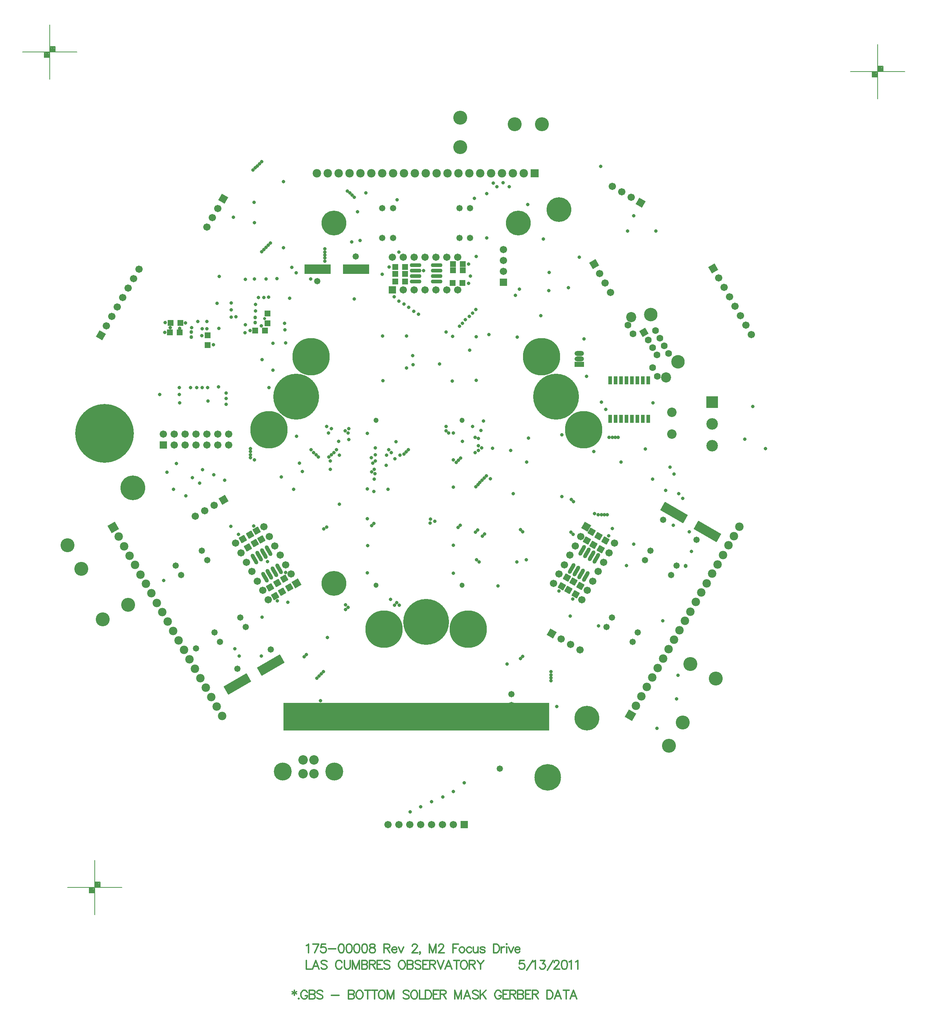
<source format=gbs>
%FSLAX23Y23*%
%MOIN*%
G70*
G01*
G75*
G04 Layer_Color=16711935*
%ADD10R,0.050X0.050*%
%ADD11R,0.070X0.135*%
%ADD12R,0.050X0.050*%
%ADD13R,0.063X0.075*%
%ADD14R,0.048X0.078*%
%ADD15R,0.087X0.059*%
%ADD16R,0.059X0.051*%
%ADD17R,0.078X0.048*%
G04:AMPARAMS|DCode=18|XSize=78mil|YSize=48mil|CornerRadius=0mil|HoleSize=0mil|Usage=FLASHONLY|Rotation=120.000|XOffset=0mil|YOffset=0mil|HoleType=Round|Shape=Rectangle|*
%AMROTATEDRECTD18*
4,1,4,0.040,-0.022,-0.001,-0.046,-0.040,0.022,0.001,0.046,0.040,-0.022,0.0*
%
%ADD18ROTATEDRECTD18*%

G04:AMPARAMS|DCode=19|XSize=78mil|YSize=48mil|CornerRadius=0mil|HoleSize=0mil|Usage=FLASHONLY|Rotation=240.000|XOffset=0mil|YOffset=0mil|HoleType=Round|Shape=Rectangle|*
%AMROTATEDRECTD19*
4,1,4,-0.001,0.046,0.040,0.022,0.001,-0.046,-0.040,-0.022,-0.001,0.046,0.0*
%
%ADD19ROTATEDRECTD19*%

%ADD20R,0.051X0.059*%
%ADD21R,0.040X0.067*%
%ADD22O,0.012X0.069*%
G04:AMPARAMS|DCode=23|XSize=135mil|YSize=70mil|CornerRadius=0mil|HoleSize=0mil|Usage=FLASHONLY|Rotation=30.000|XOffset=0mil|YOffset=0mil|HoleType=Round|Shape=Rectangle|*
%AMROTATEDRECTD23*
4,1,4,-0.041,-0.064,-0.076,-0.003,0.041,0.064,0.076,0.003,-0.041,-0.064,0.0*
%
%ADD23ROTATEDRECTD23*%

G04:AMPARAMS|DCode=24|XSize=135mil|YSize=70mil|CornerRadius=0mil|HoleSize=0mil|Usage=FLASHONLY|Rotation=150.000|XOffset=0mil|YOffset=0mil|HoleType=Round|Shape=Rectangle|*
%AMROTATEDRECTD24*
4,1,4,0.076,-0.003,0.041,-0.064,-0.076,0.003,-0.041,0.064,0.076,-0.003,0.0*
%
%ADD24ROTATEDRECTD24*%

%ADD25R,0.067X0.040*%
%ADD26R,0.065X0.094*%
%ADD27O,0.024X0.010*%
%ADD28O,0.027X0.010*%
%ADD29R,0.060X0.126*%
%ADD30R,0.200X0.040*%
%ADD31R,0.200X0.150*%
%ADD32O,0.098X0.028*%
%ADD33R,0.094X0.102*%
%ADD34R,0.057X0.012*%
%ADD35R,0.025X0.185*%
%ADD36R,0.025X0.100*%
%ADD37C,0.010*%
%ADD38C,0.005*%
%ADD39C,0.030*%
%ADD40C,0.050*%
%ADD41C,0.020*%
%ADD42C,0.012*%
%ADD43C,0.008*%
%ADD44C,0.012*%
%ADD45C,0.012*%
%ADD46C,0.335*%
%ADD47C,0.531*%
%ADD48C,0.413*%
%ADD49C,0.236*%
%ADD50C,0.059*%
%ADD51P,0.084X4X375.0*%
%ADD52P,0.084X4X255.0*%
%ADD53R,0.059X0.059*%
%ADD54P,0.084X4X105.0*%
%ADD55R,0.059X0.059*%
%ADD56P,0.084X4X345.0*%
%ADD57C,0.219*%
%ADD58C,0.070*%
%ADD59P,0.099X4X345.0*%
%ADD60P,0.099X4X105.0*%
%ADD61C,0.050*%
%ADD62C,0.059*%
%ADD63R,0.059X0.059*%
%ADD64P,0.084X4X255.0*%
%ADD65C,0.120*%
%ADD66R,0.098X0.098*%
%ADD67C,0.098*%
%ADD68R,0.070X0.070*%
%ADD69C,0.079*%
%ADD70P,0.084X4X375.0*%
%ADD71C,0.085*%
%ADD72C,0.055*%
%ADD73C,0.116*%
%ADD74P,0.078X4X165.0*%
%ADD75C,0.220*%
%ADD76C,0.039*%
%ADD77C,0.157*%
%ADD78R,0.079X0.039*%
%ADD79O,0.079X0.039*%
%ADD80C,0.024*%
%ADD81C,0.030*%
%ADD82C,0.020*%
%ADD83C,0.026*%
%ADD84C,0.040*%
%ADD85C,0.375*%
%ADD86C,0.571*%
%ADD87C,0.257*%
%ADD88C,0.158*%
%ADD89C,0.075*%
G04:AMPARAMS|DCode=90|XSize=95.433mil|YSize=95.433mil|CornerRadius=0mil|HoleSize=0mil|Usage=FLASHONLY|Rotation=0.000|XOffset=0mil|YOffset=0mil|HoleType=Round|Shape=Relief|Width=10mil|Gap=10mil|Entries=4|*
%AMTHD90*
7,0,0,0.095,0.075,0.010,45*
%
%ADD90THD90*%
%ADD91C,0.206*%
%ADD92C,0.080*%
G04:AMPARAMS|DCode=93|XSize=100mil|YSize=100mil|CornerRadius=0mil|HoleSize=0mil|Usage=FLASHONLY|Rotation=0.000|XOffset=0mil|YOffset=0mil|HoleType=Round|Shape=Relief|Width=10mil|Gap=10mil|Entries=4|*
%AMTHD93*
7,0,0,0.100,0.080,0.010,45*
%
%ADD93THD93*%
%ADD94C,0.075*%
%ADD95C,0.110*%
%ADD96C,0.099*%
%ADD97C,0.102*%
%ADD98C,0.075*%
%ADD99C,0.168*%
%ADD100C,0.080*%
%ADD101C,0.076*%
%ADD102C,0.131*%
%ADD103C,0.070*%
%ADD104C,0.052*%
G04:AMPARAMS|DCode=105|XSize=85mil|YSize=85mil|CornerRadius=0mil|HoleSize=0mil|Usage=FLASHONLY|Rotation=0.000|XOffset=0mil|YOffset=0mil|HoleType=Round|Shape=Relief|Width=10mil|Gap=10mil|Entries=4|*
%AMTHD105*
7,0,0,0.085,0.065,0.010,45*
%
%ADD105THD105*%
%ADD106C,0.065*%
G04:AMPARAMS|DCode=107|XSize=72mil|YSize=72mil|CornerRadius=0mil|HoleSize=0mil|Usage=FLASHONLY|Rotation=0.000|XOffset=0mil|YOffset=0mil|HoleType=Round|Shape=Relief|Width=10mil|Gap=10mil|Entries=4|*
%AMTHD107*
7,0,0,0.072,0.052,0.010,45*
%
%ADD107THD107*%
%ADD108C,0.053*%
G04:AMPARAMS|DCode=109|XSize=90mil|YSize=90mil|CornerRadius=0mil|HoleSize=0mil|Usage=FLASHONLY|Rotation=0.000|XOffset=0mil|YOffset=0mil|HoleType=Round|Shape=Relief|Width=10mil|Gap=10mil|Entries=4|*
%AMTHD109*
7,0,0,0.090,0.070,0.010,45*
%
%ADD109THD109*%
G04:AMPARAMS|DCode=110|XSize=95.433mil|YSize=95.433mil|CornerRadius=0mil|HoleSize=0mil|Usage=FLASHONLY|Rotation=0.000|XOffset=0mil|YOffset=0mil|HoleType=Round|Shape=Relief|Width=10mil|Gap=10mil|Entries=4|*
%AMTHD110*
7,0,0,0.095,0.075,0.010,45*
%
%ADD110THD110*%
G04:AMPARAMS|DCode=111|XSize=130mil|YSize=130mil|CornerRadius=0mil|HoleSize=0mil|Usage=FLASHONLY|Rotation=0.000|XOffset=0mil|YOffset=0mil|HoleType=Round|Shape=Relief|Width=10mil|Gap=10mil|Entries=4|*
%AMTHD111*
7,0,0,0.130,0.110,0.010,45*
%
%ADD111THD111*%
%ADD112C,0.087*%
G04:AMPARAMS|DCode=113|XSize=122mil|YSize=122mil|CornerRadius=0mil|HoleSize=0mil|Usage=FLASHONLY|Rotation=0.000|XOffset=0mil|YOffset=0mil|HoleType=Round|Shape=Relief|Width=10mil|Gap=10mil|Entries=4|*
%AMTHD113*
7,0,0,0.122,0.102,0.010,45*
%
%ADD113THD113*%
G04:AMPARAMS|DCode=114|XSize=95mil|YSize=95mil|CornerRadius=0mil|HoleSize=0mil|Usage=FLASHONLY|Rotation=0.000|XOffset=0mil|YOffset=0mil|HoleType=Round|Shape=Relief|Width=10mil|Gap=10mil|Entries=4|*
%AMTHD114*
7,0,0,0.095,0.075,0.010,45*
%
%ADD114THD114*%
G04:AMPARAMS|DCode=115|XSize=96.221mil|YSize=96.221mil|CornerRadius=0mil|HoleSize=0mil|Usage=FLASHONLY|Rotation=0.000|XOffset=0mil|YOffset=0mil|HoleType=Round|Shape=Relief|Width=10mil|Gap=10mil|Entries=4|*
%AMTHD115*
7,0,0,0.096,0.076,0.010,45*
%
%ADD115THD115*%
G04:AMPARAMS|DCode=116|XSize=150.551mil|YSize=150.551mil|CornerRadius=0mil|HoleSize=0mil|Usage=FLASHONLY|Rotation=0.000|XOffset=0mil|YOffset=0mil|HoleType=Round|Shape=Relief|Width=10mil|Gap=10mil|Entries=4|*
%AMTHD116*
7,0,0,0.151,0.131,0.010,45*
%
%ADD116THD116*%
G04:AMPARAMS|DCode=117|XSize=89.528mil|YSize=89.528mil|CornerRadius=0mil|HoleSize=0mil|Usage=FLASHONLY|Rotation=0.000|XOffset=0mil|YOffset=0mil|HoleType=Round|Shape=Relief|Width=10mil|Gap=10mil|Entries=4|*
%AMTHD117*
7,0,0,0.090,0.070,0.010,45*
%
%ADD117THD117*%
G04:AMPARAMS|DCode=118|XSize=72.992mil|YSize=72.992mil|CornerRadius=0mil|HoleSize=0mil|Usage=FLASHONLY|Rotation=0.000|XOffset=0mil|YOffset=0mil|HoleType=Round|Shape=Relief|Width=10mil|Gap=10mil|Entries=4|*
%AMTHD118*
7,0,0,0.073,0.053,0.010,45*
%
%ADD118THD118*%
G04:AMPARAMS|DCode=119|XSize=79mil|YSize=236mil|CornerRadius=0mil|HoleSize=0mil|Usage=FLASHONLY|Rotation=120.000|XOffset=0mil|YOffset=0mil|HoleType=Round|Shape=Rectangle|*
%AMROTATEDRECTD119*
4,1,4,0.122,0.025,-0.083,-0.093,-0.122,-0.025,0.083,0.093,0.122,0.025,0.0*
%
%ADD119ROTATEDRECTD119*%

G04:AMPARAMS|DCode=120|XSize=79mil|YSize=236mil|CornerRadius=0mil|HoleSize=0mil|Usage=FLASHONLY|Rotation=240.000|XOffset=0mil|YOffset=0mil|HoleType=Round|Shape=Rectangle|*
%AMROTATEDRECTD120*
4,1,4,-0.083,0.093,0.122,-0.025,0.083,-0.093,-0.122,0.025,-0.083,0.093,0.0*
%
%ADD120ROTATEDRECTD120*%

%ADD121P,0.071X4X285.0*%
%ADD122P,0.071X4X165.0*%
G04:AMPARAMS|DCode=123|XSize=28mil|YSize=98mil|CornerRadius=0mil|HoleSize=0mil|Usage=FLASHONLY|Rotation=330.000|XOffset=0mil|YOffset=0mil|HoleType=Round|Shape=Round|*
%AMOVALD123*
21,1,0.071,0.028,0.000,0.000,60.0*
1,1,0.028,-0.018,-0.031*
1,1,0.028,0.018,0.031*
%
%ADD123OVALD123*%

G04:AMPARAMS|DCode=124|XSize=28mil|YSize=98mil|CornerRadius=0mil|HoleSize=0mil|Usage=FLASHONLY|Rotation=210.000|XOffset=0mil|YOffset=0mil|HoleType=Round|Shape=Round|*
%AMOVALD124*
21,1,0.071,0.028,0.000,0.000,300.0*
1,1,0.028,-0.018,0.031*
1,1,0.028,0.018,-0.031*
%
%ADD124OVALD124*%

%ADD125R,0.025X0.070*%
%ADD126R,0.236X0.079*%
%ADD127C,0.075*%
%ADD128C,0.010*%
%ADD129C,0.007*%
%ADD130C,0.024*%
%ADD131C,0.010*%
%ADD132C,0.008*%
%ADD133C,0.020*%
%ADD134C,0.006*%
%ADD135R,0.195X0.150*%
%ADD136R,0.020X0.082*%
%ADD137R,0.058X0.058*%
%ADD138R,0.078X0.143*%
%ADD139R,0.058X0.058*%
%ADD140R,0.071X0.083*%
%ADD141R,0.056X0.086*%
%ADD142R,0.095X0.067*%
%ADD143R,0.067X0.059*%
%ADD144R,0.086X0.056*%
G04:AMPARAMS|DCode=145|XSize=86mil|YSize=56mil|CornerRadius=0mil|HoleSize=0mil|Usage=FLASHONLY|Rotation=120.000|XOffset=0mil|YOffset=0mil|HoleType=Round|Shape=Rectangle|*
%AMROTATEDRECTD145*
4,1,4,0.046,-0.023,-0.003,-0.051,-0.046,0.023,0.003,0.051,0.046,-0.023,0.0*
%
%ADD145ROTATEDRECTD145*%

G04:AMPARAMS|DCode=146|XSize=86mil|YSize=56mil|CornerRadius=0mil|HoleSize=0mil|Usage=FLASHONLY|Rotation=240.000|XOffset=0mil|YOffset=0mil|HoleType=Round|Shape=Rectangle|*
%AMROTATEDRECTD146*
4,1,4,-0.003,0.051,0.046,0.023,0.003,-0.051,-0.046,-0.023,-0.003,0.051,0.0*
%
%ADD146ROTATEDRECTD146*%

%ADD147R,0.059X0.067*%
%ADD148R,0.048X0.075*%
%ADD149O,0.020X0.077*%
G04:AMPARAMS|DCode=150|XSize=143mil|YSize=78mil|CornerRadius=0mil|HoleSize=0mil|Usage=FLASHONLY|Rotation=30.000|XOffset=0mil|YOffset=0mil|HoleType=Round|Shape=Rectangle|*
%AMROTATEDRECTD150*
4,1,4,-0.042,-0.070,-0.081,-0.002,0.042,0.070,0.081,0.002,-0.042,-0.070,0.0*
%
%ADD150ROTATEDRECTD150*%

G04:AMPARAMS|DCode=151|XSize=143mil|YSize=78mil|CornerRadius=0mil|HoleSize=0mil|Usage=FLASHONLY|Rotation=150.000|XOffset=0mil|YOffset=0mil|HoleType=Round|Shape=Rectangle|*
%AMROTATEDRECTD151*
4,1,4,0.081,-0.002,0.042,-0.070,-0.081,0.002,-0.042,0.070,0.081,-0.002,0.0*
%
%ADD151ROTATEDRECTD151*%

%ADD152R,0.075X0.048*%
%ADD153R,0.073X0.102*%
%ADD154O,0.032X0.018*%
%ADD155O,0.035X0.018*%
%ADD156R,0.068X0.134*%
%ADD157R,0.208X0.048*%
%ADD158R,0.208X0.158*%
%ADD159O,0.106X0.036*%
%ADD160R,0.102X0.110*%
%ADD161R,0.061X0.016*%
%ADD162R,0.033X0.193*%
%ADD163R,0.033X0.108*%
%ADD164C,0.343*%
%ADD165C,0.539*%
%ADD166C,0.421*%
%ADD167C,0.244*%
%ADD168C,0.067*%
%ADD169P,0.095X4X375.0*%
%ADD170P,0.095X4X255.0*%
%ADD171R,0.067X0.067*%
%ADD172P,0.095X4X105.0*%
%ADD173R,0.067X0.067*%
%ADD174P,0.095X4X345.0*%
%ADD175C,0.227*%
%ADD176C,0.078*%
%ADD177P,0.110X4X345.0*%
%ADD178P,0.110X4X105.0*%
%ADD179C,0.058*%
%ADD180C,0.067*%
%ADD181R,0.067X0.067*%
%ADD182P,0.095X4X255.0*%
%ADD183C,0.128*%
%ADD184R,0.106X0.106*%
%ADD185C,0.106*%
%ADD186R,0.078X0.078*%
%ADD187C,0.087*%
%ADD188P,0.095X4X375.0*%
%ADD189C,0.093*%
%ADD190C,0.063*%
%ADD191C,0.124*%
%ADD192P,0.089X4X165.0*%
%ADD193C,0.228*%
%ADD194C,0.047*%
%ADD195C,0.165*%
%ADD196R,0.087X0.047*%
%ADD197O,0.087X0.047*%
%ADD198C,0.032*%
%ADD199C,0.038*%
%ADD200C,0.028*%
%ADD201R,2.441X0.253*%
G04:AMPARAMS|DCode=202|XSize=87mil|YSize=244mil|CornerRadius=0mil|HoleSize=0mil|Usage=FLASHONLY|Rotation=120.000|XOffset=0mil|YOffset=0mil|HoleType=Round|Shape=Rectangle|*
%AMROTATEDRECTD202*
4,1,4,0.127,0.023,-0.084,-0.099,-0.127,-0.023,0.084,0.099,0.127,0.023,0.0*
%
%ADD202ROTATEDRECTD202*%

G04:AMPARAMS|DCode=203|XSize=87mil|YSize=244mil|CornerRadius=0mil|HoleSize=0mil|Usage=FLASHONLY|Rotation=240.000|XOffset=0mil|YOffset=0mil|HoleType=Round|Shape=Rectangle|*
%AMROTATEDRECTD203*
4,1,4,-0.084,0.099,0.127,-0.023,0.084,-0.099,-0.127,0.023,-0.084,0.099,0.0*
%
%ADD203ROTATEDRECTD203*%

%ADD204P,0.082X4X285.0*%
%ADD205P,0.082X4X165.0*%
G04:AMPARAMS|DCode=206|XSize=36mil|YSize=106mil|CornerRadius=0mil|HoleSize=0mil|Usage=FLASHONLY|Rotation=330.000|XOffset=0mil|YOffset=0mil|HoleType=Round|Shape=Round|*
%AMOVALD206*
21,1,0.071,0.036,0.000,0.000,60.0*
1,1,0.036,-0.018,-0.031*
1,1,0.036,0.018,0.031*
%
%ADD206OVALD206*%

G04:AMPARAMS|DCode=207|XSize=36mil|YSize=106mil|CornerRadius=0mil|HoleSize=0mil|Usage=FLASHONLY|Rotation=210.000|XOffset=0mil|YOffset=0mil|HoleType=Round|Shape=Round|*
%AMOVALD207*
21,1,0.071,0.036,0.000,0.000,300.0*
1,1,0.036,-0.018,0.031*
1,1,0.036,0.018,-0.031*
%
%ADD207OVALD207*%

%ADD208R,0.033X0.078*%
%ADD209R,0.244X0.087*%
%ADD210C,0.034*%
D42*
X30284Y26634D02*
Y26588D01*
X30265Y26622D02*
X30303Y26600D01*
Y26622D02*
X30265Y26600D01*
X30323Y26561D02*
X30319Y26558D01*
X30323Y26554D01*
X30327Y26558D01*
X30323Y26561D01*
X30402Y26615D02*
X30398Y26622D01*
X30390Y26630D01*
X30383Y26634D01*
X30367D01*
X30360Y26630D01*
X30352Y26622D01*
X30348Y26615D01*
X30344Y26603D01*
Y26584D01*
X30348Y26573D01*
X30352Y26565D01*
X30360Y26558D01*
X30367Y26554D01*
X30383D01*
X30390Y26558D01*
X30398Y26565D01*
X30402Y26573D01*
Y26584D01*
X30383D02*
X30402D01*
X30420Y26634D02*
Y26554D01*
Y26634D02*
X30454D01*
X30466Y26630D01*
X30469Y26626D01*
X30473Y26619D01*
Y26611D01*
X30469Y26603D01*
X30466Y26600D01*
X30454Y26596D01*
X30420D02*
X30454D01*
X30466Y26592D01*
X30469Y26588D01*
X30473Y26580D01*
Y26569D01*
X30469Y26561D01*
X30466Y26558D01*
X30454Y26554D01*
X30420D01*
X30544Y26622D02*
X30537Y26630D01*
X30525Y26634D01*
X30510D01*
X30499Y26630D01*
X30491Y26622D01*
Y26615D01*
X30495Y26607D01*
X30499Y26603D01*
X30506Y26600D01*
X30529Y26592D01*
X30537Y26588D01*
X30541Y26584D01*
X30544Y26577D01*
Y26565D01*
X30537Y26558D01*
X30525Y26554D01*
X30510D01*
X30499Y26558D01*
X30491Y26565D01*
X30625Y26588D02*
X30694D01*
X30780Y26634D02*
Y26554D01*
Y26634D02*
X30814D01*
X30826Y26630D01*
X30830Y26626D01*
X30834Y26619D01*
Y26611D01*
X30830Y26603D01*
X30826Y26600D01*
X30814Y26596D01*
X30780D02*
X30814D01*
X30826Y26592D01*
X30830Y26588D01*
X30834Y26580D01*
Y26569D01*
X30830Y26561D01*
X30826Y26558D01*
X30814Y26554D01*
X30780D01*
X30874Y26634D02*
X30867Y26630D01*
X30859Y26622D01*
X30855Y26615D01*
X30851Y26603D01*
Y26584D01*
X30855Y26573D01*
X30859Y26565D01*
X30867Y26558D01*
X30874Y26554D01*
X30889D01*
X30897Y26558D01*
X30905Y26565D01*
X30909Y26573D01*
X30912Y26584D01*
Y26603D01*
X30909Y26615D01*
X30905Y26622D01*
X30897Y26630D01*
X30889Y26634D01*
X30874D01*
X30958D02*
Y26554D01*
X30931Y26634D02*
X30984D01*
X31021D02*
Y26554D01*
X30994Y26634D02*
X31047D01*
X31080D02*
X31072Y26630D01*
X31064Y26622D01*
X31061Y26615D01*
X31057Y26603D01*
Y26584D01*
X31061Y26573D01*
X31064Y26565D01*
X31072Y26558D01*
X31080Y26554D01*
X31095D01*
X31102Y26558D01*
X31110Y26565D01*
X31114Y26573D01*
X31118Y26584D01*
Y26603D01*
X31114Y26615D01*
X31110Y26622D01*
X31102Y26630D01*
X31095Y26634D01*
X31080D01*
X31136D02*
Y26554D01*
Y26634D02*
X31167Y26554D01*
X31197Y26634D02*
X31167Y26554D01*
X31197Y26634D02*
Y26554D01*
X31336Y26622D02*
X31329Y26630D01*
X31317Y26634D01*
X31302D01*
X31291Y26630D01*
X31283Y26622D01*
Y26615D01*
X31287Y26607D01*
X31291Y26603D01*
X31298Y26600D01*
X31321Y26592D01*
X31329Y26588D01*
X31332Y26584D01*
X31336Y26577D01*
Y26565D01*
X31329Y26558D01*
X31317Y26554D01*
X31302D01*
X31291Y26558D01*
X31283Y26565D01*
X31377Y26634D02*
X31369Y26630D01*
X31362Y26622D01*
X31358Y26615D01*
X31354Y26603D01*
Y26584D01*
X31358Y26573D01*
X31362Y26565D01*
X31369Y26558D01*
X31377Y26554D01*
X31392D01*
X31400Y26558D01*
X31407Y26565D01*
X31411Y26573D01*
X31415Y26584D01*
Y26603D01*
X31411Y26615D01*
X31407Y26622D01*
X31400Y26630D01*
X31392Y26634D01*
X31377D01*
X31434D02*
Y26554D01*
X31479D01*
X31488Y26634D02*
Y26554D01*
Y26634D02*
X31515D01*
X31526Y26630D01*
X31534Y26622D01*
X31538Y26615D01*
X31542Y26603D01*
Y26584D01*
X31538Y26573D01*
X31534Y26565D01*
X31526Y26558D01*
X31515Y26554D01*
X31488D01*
X31609Y26634D02*
X31559D01*
Y26554D01*
X31609D01*
X31559Y26596D02*
X31590D01*
X31622Y26634D02*
Y26554D01*
Y26634D02*
X31657D01*
X31668Y26630D01*
X31672Y26626D01*
X31676Y26619D01*
Y26611D01*
X31672Y26603D01*
X31668Y26600D01*
X31657Y26596D01*
X31622D01*
X31649D02*
X31676Y26554D01*
X31756Y26634D02*
Y26554D01*
Y26634D02*
X31787Y26554D01*
X31817Y26634D02*
X31787Y26554D01*
X31817Y26634D02*
Y26554D01*
X31901D02*
X31871Y26634D01*
X31840Y26554D01*
X31852Y26580D02*
X31890D01*
X31973Y26622D02*
X31965Y26630D01*
X31954Y26634D01*
X31939D01*
X31927Y26630D01*
X31920Y26622D01*
Y26615D01*
X31924Y26607D01*
X31927Y26603D01*
X31935Y26600D01*
X31958Y26592D01*
X31965Y26588D01*
X31969Y26584D01*
X31973Y26577D01*
Y26565D01*
X31965Y26558D01*
X31954Y26554D01*
X31939D01*
X31927Y26558D01*
X31920Y26565D01*
X31991Y26634D02*
Y26554D01*
X32044Y26634D02*
X31991Y26580D01*
X32010Y26600D02*
X32044Y26554D01*
X32182Y26615D02*
X32178Y26622D01*
X32171Y26630D01*
X32163Y26634D01*
X32148D01*
X32140Y26630D01*
X32133Y26622D01*
X32129Y26615D01*
X32125Y26603D01*
Y26584D01*
X32129Y26573D01*
X32133Y26565D01*
X32140Y26558D01*
X32148Y26554D01*
X32163D01*
X32171Y26558D01*
X32178Y26565D01*
X32182Y26573D01*
Y26584D01*
X32163D02*
X32182D01*
X32250Y26634D02*
X32200D01*
Y26554D01*
X32250D01*
X32200Y26596D02*
X32231D01*
X32263Y26634D02*
Y26554D01*
Y26634D02*
X32298D01*
X32309Y26630D01*
X32313Y26626D01*
X32317Y26619D01*
Y26611D01*
X32313Y26603D01*
X32309Y26600D01*
X32298Y26596D01*
X32263D01*
X32290D02*
X32317Y26554D01*
X32335Y26634D02*
Y26554D01*
Y26634D02*
X32369D01*
X32380Y26630D01*
X32384Y26626D01*
X32388Y26619D01*
Y26611D01*
X32384Y26603D01*
X32380Y26600D01*
X32369Y26596D01*
X32335D02*
X32369D01*
X32380Y26592D01*
X32384Y26588D01*
X32388Y26580D01*
Y26569D01*
X32384Y26561D01*
X32380Y26558D01*
X32369Y26554D01*
X32335D01*
X32455Y26634D02*
X32406D01*
Y26554D01*
X32455D01*
X32406Y26596D02*
X32436D01*
X32469Y26634D02*
Y26554D01*
Y26634D02*
X32503D01*
X32514Y26630D01*
X32518Y26626D01*
X32522Y26619D01*
Y26611D01*
X32518Y26603D01*
X32514Y26600D01*
X32503Y26596D01*
X32469D01*
X32495D02*
X32522Y26554D01*
X32603Y26634D02*
Y26554D01*
Y26634D02*
X32629D01*
X32641Y26630D01*
X32648Y26622D01*
X32652Y26615D01*
X32656Y26603D01*
Y26584D01*
X32652Y26573D01*
X32648Y26565D01*
X32641Y26558D01*
X32629Y26554D01*
X32603D01*
X32735D02*
X32704Y26634D01*
X32674Y26554D01*
X32685Y26580D02*
X32723D01*
X32780Y26634D02*
Y26554D01*
X32753Y26634D02*
X32807D01*
X32877Y26554D02*
X32847Y26634D01*
X32816Y26554D01*
X32828Y26580D02*
X32866D01*
D43*
X35389Y35063D02*
X35889D01*
X35639Y34813D02*
Y35313D01*
X35689Y35063D02*
Y35113D01*
X35639D02*
X35689D01*
X35589Y35013D02*
Y35063D01*
Y35013D02*
X35639D01*
X35594Y35058D02*
X35634D01*
X35594Y35018D02*
Y35058D01*
Y35018D02*
X35634D01*
Y35058D01*
X35599Y35053D02*
X35629D01*
X35599Y35023D02*
Y35053D01*
Y35023D02*
X35629D01*
Y35048D01*
X35604D02*
X35624D01*
X35604Y35028D02*
Y35048D01*
Y35028D02*
X35624D01*
Y35043D01*
X35609D02*
X35619D01*
X35609Y35033D02*
Y35043D01*
Y35033D02*
X35619D01*
Y35043D01*
X35609Y35038D02*
X35619D01*
X35644Y35108D02*
X35684D01*
X35644Y35068D02*
Y35108D01*
Y35068D02*
X35684D01*
Y35108D01*
X35649Y35103D02*
X35679D01*
X35649Y35073D02*
Y35103D01*
Y35073D02*
X35679D01*
Y35098D01*
X35654D02*
X35674D01*
X35654Y35078D02*
Y35098D01*
Y35078D02*
X35674D01*
Y35093D01*
X35659D02*
X35669D01*
X35659Y35083D02*
Y35093D01*
Y35083D02*
X35669D01*
Y35093D01*
X35659Y35088D02*
X35669D01*
X27787Y35244D02*
X28287D01*
X28037Y34994D02*
Y35494D01*
X28087Y35244D02*
Y35294D01*
X28037D02*
X28087D01*
X27987Y35194D02*
Y35244D01*
Y35194D02*
X28037D01*
X27992Y35239D02*
X28032D01*
X27992Y35199D02*
Y35239D01*
Y35199D02*
X28032D01*
Y35239D01*
X27997Y35234D02*
X28027D01*
X27997Y35204D02*
Y35234D01*
Y35204D02*
X28027D01*
Y35229D01*
X28002D02*
X28022D01*
X28002Y35209D02*
Y35229D01*
Y35209D02*
X28022D01*
Y35224D01*
X28007D02*
X28017D01*
X28007Y35214D02*
Y35224D01*
Y35214D02*
X28017D01*
Y35224D01*
X28007Y35219D02*
X28017D01*
X28042Y35289D02*
X28082D01*
X28042Y35249D02*
Y35289D01*
Y35249D02*
X28082D01*
Y35289D01*
X28047Y35284D02*
X28077D01*
X28047Y35254D02*
Y35284D01*
Y35254D02*
X28077D01*
Y35279D01*
X28052D02*
X28072D01*
X28052Y35259D02*
Y35279D01*
Y35259D02*
X28072D01*
Y35274D01*
X28057D02*
X28067D01*
X28057Y35264D02*
Y35274D01*
Y35264D02*
X28067D01*
Y35274D01*
X28057Y35269D02*
X28067D01*
X28199Y27577D02*
X28699D01*
X28449Y27327D02*
Y27827D01*
X28499Y27577D02*
Y27627D01*
X28449D02*
X28499D01*
X28399Y27527D02*
Y27577D01*
Y27527D02*
X28449D01*
X28404Y27572D02*
X28444D01*
X28404Y27532D02*
Y27572D01*
Y27532D02*
X28444D01*
Y27572D01*
X28409Y27567D02*
X28439D01*
X28409Y27537D02*
Y27567D01*
Y27537D02*
X28439D01*
Y27562D01*
X28414D02*
X28434D01*
X28414Y27542D02*
Y27562D01*
Y27542D02*
X28434D01*
Y27557D01*
X28419D02*
X28429D01*
X28419Y27547D02*
Y27557D01*
Y27547D02*
X28429D01*
Y27557D01*
X28419Y27552D02*
X28429D01*
X28454Y27622D02*
X28494D01*
X28454Y27582D02*
Y27622D01*
Y27582D02*
X28494D01*
Y27622D01*
X28459Y27617D02*
X28489D01*
X28459Y27587D02*
Y27617D01*
Y27587D02*
X28489D01*
Y27612D01*
X28464D02*
X28484D01*
X28464Y27592D02*
Y27612D01*
Y27592D02*
X28484D01*
Y27607D01*
X28469D02*
X28479D01*
X28469Y27597D02*
Y27607D01*
Y27597D02*
X28479D01*
Y27607D01*
X28469Y27602D02*
X28479D01*
D44*
X30395Y26909D02*
Y26829D01*
X30440D01*
X30510D02*
X30480Y26909D01*
X30449Y26829D01*
X30461Y26855D02*
X30499D01*
X30582Y26897D02*
X30575Y26905D01*
X30563Y26909D01*
X30548D01*
X30536Y26905D01*
X30529Y26897D01*
Y26889D01*
X30533Y26882D01*
X30536Y26878D01*
X30544Y26874D01*
X30567Y26867D01*
X30575Y26863D01*
X30578Y26859D01*
X30582Y26851D01*
Y26840D01*
X30575Y26832D01*
X30563Y26829D01*
X30548D01*
X30536Y26832D01*
X30529Y26840D01*
X30720Y26889D02*
X30716Y26897D01*
X30709Y26905D01*
X30701Y26909D01*
X30686D01*
X30678Y26905D01*
X30671Y26897D01*
X30667Y26889D01*
X30663Y26878D01*
Y26859D01*
X30667Y26848D01*
X30671Y26840D01*
X30678Y26832D01*
X30686Y26829D01*
X30701D01*
X30709Y26832D01*
X30716Y26840D01*
X30720Y26848D01*
X30742Y26909D02*
Y26851D01*
X30746Y26840D01*
X30754Y26832D01*
X30765Y26829D01*
X30773D01*
X30784Y26832D01*
X30792Y26840D01*
X30796Y26851D01*
Y26909D01*
X30818D02*
Y26829D01*
Y26909D02*
X30848Y26829D01*
X30879Y26909D02*
X30848Y26829D01*
X30879Y26909D02*
Y26829D01*
X30902Y26909D02*
Y26829D01*
Y26909D02*
X30936D01*
X30947Y26905D01*
X30951Y26901D01*
X30955Y26893D01*
Y26886D01*
X30951Y26878D01*
X30947Y26874D01*
X30936Y26870D01*
X30902D02*
X30936D01*
X30947Y26867D01*
X30951Y26863D01*
X30955Y26855D01*
Y26844D01*
X30951Y26836D01*
X30947Y26832D01*
X30936Y26829D01*
X30902D01*
X30973Y26909D02*
Y26829D01*
Y26909D02*
X31007D01*
X31019Y26905D01*
X31022Y26901D01*
X31026Y26893D01*
Y26886D01*
X31022Y26878D01*
X31019Y26874D01*
X31007Y26870D01*
X30973D01*
X31000D02*
X31026Y26829D01*
X31094Y26909D02*
X31044D01*
Y26829D01*
X31094D01*
X31044Y26870D02*
X31075D01*
X31160Y26897D02*
X31153Y26905D01*
X31141Y26909D01*
X31126D01*
X31115Y26905D01*
X31107Y26897D01*
Y26889D01*
X31111Y26882D01*
X31115Y26878D01*
X31122Y26874D01*
X31145Y26867D01*
X31153Y26863D01*
X31157Y26859D01*
X31160Y26851D01*
Y26840D01*
X31153Y26832D01*
X31141Y26829D01*
X31126D01*
X31115Y26832D01*
X31107Y26840D01*
X31264Y26909D02*
X31256Y26905D01*
X31249Y26897D01*
X31245Y26889D01*
X31241Y26878D01*
Y26859D01*
X31245Y26848D01*
X31249Y26840D01*
X31256Y26832D01*
X31264Y26829D01*
X31279D01*
X31287Y26832D01*
X31294Y26840D01*
X31298Y26848D01*
X31302Y26859D01*
Y26878D01*
X31298Y26889D01*
X31294Y26897D01*
X31287Y26905D01*
X31279Y26909D01*
X31264D01*
X31321D02*
Y26829D01*
Y26909D02*
X31355D01*
X31366Y26905D01*
X31370Y26901D01*
X31374Y26893D01*
Y26886D01*
X31370Y26878D01*
X31366Y26874D01*
X31355Y26870D01*
X31321D02*
X31355D01*
X31366Y26867D01*
X31370Y26863D01*
X31374Y26855D01*
Y26844D01*
X31370Y26836D01*
X31366Y26832D01*
X31355Y26829D01*
X31321D01*
X31445Y26897D02*
X31438Y26905D01*
X31426Y26909D01*
X31411D01*
X31399Y26905D01*
X31392Y26897D01*
Y26889D01*
X31396Y26882D01*
X31399Y26878D01*
X31407Y26874D01*
X31430Y26867D01*
X31438Y26863D01*
X31441Y26859D01*
X31445Y26851D01*
Y26840D01*
X31438Y26832D01*
X31426Y26829D01*
X31411D01*
X31399Y26832D01*
X31392Y26840D01*
X31513Y26909D02*
X31463D01*
Y26829D01*
X31513D01*
X31463Y26870D02*
X31494D01*
X31526Y26909D02*
Y26829D01*
Y26909D02*
X31560D01*
X31572Y26905D01*
X31575Y26901D01*
X31579Y26893D01*
Y26886D01*
X31575Y26878D01*
X31572Y26874D01*
X31560Y26870D01*
X31526D01*
X31553D02*
X31579Y26829D01*
X31597Y26909D02*
X31628Y26829D01*
X31658Y26909D02*
X31628Y26829D01*
X31729D02*
X31699Y26909D01*
X31668Y26829D01*
X31680Y26855D02*
X31718D01*
X31775Y26909D02*
Y26829D01*
X31748Y26909D02*
X31801D01*
X31834D02*
X31826Y26905D01*
X31818Y26897D01*
X31815Y26889D01*
X31811Y26878D01*
Y26859D01*
X31815Y26848D01*
X31818Y26840D01*
X31826Y26832D01*
X31834Y26829D01*
X31849D01*
X31857Y26832D01*
X31864Y26840D01*
X31868Y26848D01*
X31872Y26859D01*
Y26878D01*
X31868Y26889D01*
X31864Y26897D01*
X31857Y26905D01*
X31849Y26909D01*
X31834D01*
X31890D02*
Y26829D01*
Y26909D02*
X31925D01*
X31936Y26905D01*
X31940Y26901D01*
X31944Y26893D01*
Y26886D01*
X31940Y26878D01*
X31936Y26874D01*
X31925Y26870D01*
X31890D01*
X31917D02*
X31944Y26829D01*
X31962Y26909D02*
X31992Y26870D01*
Y26829D01*
X32023Y26909D02*
X31992Y26870D01*
X32393Y26909D02*
X32355D01*
X32351Y26874D01*
X32355Y26878D01*
X32366Y26882D01*
X32378D01*
X32389Y26878D01*
X32397Y26870D01*
X32400Y26859D01*
Y26851D01*
X32397Y26840D01*
X32389Y26832D01*
X32378Y26829D01*
X32366D01*
X32355Y26832D01*
X32351Y26836D01*
X32347Y26844D01*
X32418Y26817D02*
X32472Y26909D01*
X32477Y26893D02*
X32485Y26897D01*
X32496Y26909D01*
Y26829D01*
X32543Y26909D02*
X32585D01*
X32562Y26878D01*
X32574D01*
X32581Y26874D01*
X32585Y26870D01*
X32589Y26859D01*
Y26851D01*
X32585Y26840D01*
X32578Y26832D01*
X32566Y26829D01*
X32555D01*
X32543Y26832D01*
X32539Y26836D01*
X32536Y26844D01*
X32607Y26817D02*
X32660Y26909D01*
X32669Y26889D02*
Y26893D01*
X32673Y26901D01*
X32677Y26905D01*
X32685Y26909D01*
X32700D01*
X32707Y26905D01*
X32711Y26901D01*
X32715Y26893D01*
Y26886D01*
X32711Y26878D01*
X32704Y26867D01*
X32666Y26829D01*
X32719D01*
X32760Y26909D02*
X32748Y26905D01*
X32741Y26893D01*
X32737Y26874D01*
Y26863D01*
X32741Y26844D01*
X32748Y26832D01*
X32760Y26829D01*
X32767D01*
X32779Y26832D01*
X32786Y26844D01*
X32790Y26863D01*
Y26874D01*
X32786Y26893D01*
X32779Y26905D01*
X32767Y26909D01*
X32760D01*
X32808Y26893D02*
X32816Y26897D01*
X32827Y26909D01*
Y26829D01*
X32867Y26893D02*
X32874Y26897D01*
X32886Y26909D01*
Y26829D01*
D45*
X30395Y27043D02*
X30402Y27047D01*
X30414Y27059D01*
Y26979D01*
X30507Y27059D02*
X30469Y26979D01*
X30453Y27059D02*
X30507D01*
X30570D02*
X30532D01*
X30528Y27024D01*
X30532Y27028D01*
X30544Y27032D01*
X30555D01*
X30567Y27028D01*
X30574Y27020D01*
X30578Y27009D01*
Y27001D01*
X30574Y26990D01*
X30567Y26982D01*
X30555Y26979D01*
X30544D01*
X30532Y26982D01*
X30528Y26986D01*
X30525Y26994D01*
X30596Y27013D02*
X30664D01*
X30711Y27059D02*
X30699Y27055D01*
X30692Y27043D01*
X30688Y27024D01*
Y27013D01*
X30692Y26994D01*
X30699Y26982D01*
X30711Y26979D01*
X30719D01*
X30730Y26982D01*
X30738Y26994D01*
X30741Y27013D01*
Y27024D01*
X30738Y27043D01*
X30730Y27055D01*
X30719Y27059D01*
X30711D01*
X30782D02*
X30771Y27055D01*
X30763Y27043D01*
X30759Y27024D01*
Y27013D01*
X30763Y26994D01*
X30771Y26982D01*
X30782Y26979D01*
X30790D01*
X30801Y26982D01*
X30809Y26994D01*
X30813Y27013D01*
Y27024D01*
X30809Y27043D01*
X30801Y27055D01*
X30790Y27059D01*
X30782D01*
X30853D02*
X30842Y27055D01*
X30834Y27043D01*
X30830Y27024D01*
Y27013D01*
X30834Y26994D01*
X30842Y26982D01*
X30853Y26979D01*
X30861D01*
X30872Y26982D01*
X30880Y26994D01*
X30884Y27013D01*
Y27024D01*
X30880Y27043D01*
X30872Y27055D01*
X30861Y27059D01*
X30853D01*
X30925D02*
X30913Y27055D01*
X30906Y27043D01*
X30902Y27024D01*
Y27013D01*
X30906Y26994D01*
X30913Y26982D01*
X30925Y26979D01*
X30932D01*
X30944Y26982D01*
X30951Y26994D01*
X30955Y27013D01*
Y27024D01*
X30951Y27043D01*
X30944Y27055D01*
X30932Y27059D01*
X30925D01*
X30992D02*
X30981Y27055D01*
X30977Y27047D01*
Y27039D01*
X30981Y27032D01*
X30988Y27028D01*
X31003Y27024D01*
X31015Y27020D01*
X31022Y27013D01*
X31026Y27005D01*
Y26994D01*
X31022Y26986D01*
X31019Y26982D01*
X31007Y26979D01*
X30992D01*
X30981Y26982D01*
X30977Y26986D01*
X30973Y26994D01*
Y27005D01*
X30977Y27013D01*
X30984Y27020D01*
X30996Y27024D01*
X31011Y27028D01*
X31019Y27032D01*
X31022Y27039D01*
Y27047D01*
X31019Y27055D01*
X31007Y27059D01*
X30992D01*
X31107D02*
Y26979D01*
Y27059D02*
X31141D01*
X31153Y27055D01*
X31157Y27051D01*
X31160Y27043D01*
Y27036D01*
X31157Y27028D01*
X31153Y27024D01*
X31141Y27020D01*
X31107D01*
X31134D02*
X31160Y26979D01*
X31178Y27009D02*
X31224D01*
Y27017D01*
X31220Y27024D01*
X31216Y27028D01*
X31209Y27032D01*
X31197D01*
X31190Y27028D01*
X31182Y27020D01*
X31178Y27009D01*
Y27001D01*
X31182Y26990D01*
X31190Y26982D01*
X31197Y26979D01*
X31209D01*
X31216Y26982D01*
X31224Y26990D01*
X31241Y27032D02*
X31264Y26979D01*
X31287Y27032D02*
X31264Y26979D01*
X31366Y27039D02*
Y27043D01*
X31370Y27051D01*
X31374Y27055D01*
X31382Y27059D01*
X31397D01*
X31404Y27055D01*
X31408Y27051D01*
X31412Y27043D01*
Y27036D01*
X31408Y27028D01*
X31401Y27017D01*
X31363Y26979D01*
X31416D01*
X31441Y26982D02*
X31438Y26979D01*
X31434Y26982D01*
X31438Y26986D01*
X31441Y26982D01*
Y26975D01*
X31438Y26967D01*
X31434Y26963D01*
X31522Y27059D02*
Y26979D01*
Y27059D02*
X31552Y26979D01*
X31583Y27059D02*
X31552Y26979D01*
X31583Y27059D02*
Y26979D01*
X31609Y27039D02*
Y27043D01*
X31613Y27051D01*
X31617Y27055D01*
X31625Y27059D01*
X31640D01*
X31647Y27055D01*
X31651Y27051D01*
X31655Y27043D01*
Y27036D01*
X31651Y27028D01*
X31644Y27017D01*
X31606Y26979D01*
X31659D01*
X31740Y27059D02*
Y26979D01*
Y27059D02*
X31789D01*
X31740Y27020D02*
X31770D01*
X31817Y27032D02*
X31810Y27028D01*
X31802Y27020D01*
X31798Y27009D01*
Y27001D01*
X31802Y26990D01*
X31810Y26982D01*
X31817Y26979D01*
X31829D01*
X31836Y26982D01*
X31844Y26990D01*
X31848Y27001D01*
Y27009D01*
X31844Y27020D01*
X31836Y27028D01*
X31829Y27032D01*
X31817D01*
X31911Y27020D02*
X31903Y27028D01*
X31896Y27032D01*
X31884D01*
X31877Y27028D01*
X31869Y27020D01*
X31865Y27009D01*
Y27001D01*
X31869Y26990D01*
X31877Y26982D01*
X31884Y26979D01*
X31896D01*
X31903Y26982D01*
X31911Y26990D01*
X31928Y27032D02*
Y26994D01*
X31932Y26982D01*
X31940Y26979D01*
X31951D01*
X31959Y26982D01*
X31970Y26994D01*
Y27032D02*
Y26979D01*
X32033Y27020D02*
X32029Y27028D01*
X32018Y27032D01*
X32006D01*
X31995Y27028D01*
X31991Y27020D01*
X31995Y27013D01*
X32002Y27009D01*
X32021Y27005D01*
X32029Y27001D01*
X32033Y26994D01*
Y26990D01*
X32029Y26982D01*
X32018Y26979D01*
X32006D01*
X31995Y26982D01*
X31991Y26990D01*
X32112Y27059D02*
Y26979D01*
Y27059D02*
X32139D01*
X32151Y27055D01*
X32158Y27047D01*
X32162Y27039D01*
X32166Y27028D01*
Y27009D01*
X32162Y26998D01*
X32158Y26990D01*
X32151Y26982D01*
X32139Y26979D01*
X32112D01*
X32184Y27032D02*
Y26979D01*
Y27009D02*
X32188Y27020D01*
X32195Y27028D01*
X32203Y27032D01*
X32214D01*
X32229Y27059D02*
X32233Y27055D01*
X32237Y27059D01*
X32233Y27062D01*
X32229Y27059D01*
X32233Y27032D02*
Y26979D01*
X32251Y27032D02*
X32274Y26979D01*
X32296Y27032D02*
X32274Y26979D01*
X32309Y27009D02*
X32355D01*
Y27017D01*
X32351Y27024D01*
X32347Y27028D01*
X32340Y27032D01*
X32328D01*
X32321Y27028D01*
X32313Y27020D01*
X32309Y27009D01*
Y27001D01*
X32313Y26990D01*
X32321Y26982D01*
X32328Y26979D01*
X32340D01*
X32347Y26982D01*
X32355Y26990D01*
D137*
X30038Y32754D02*
D03*
Y32844D02*
D03*
X29486Y32645D02*
D03*
Y32555D02*
D03*
D139*
X29923Y32689D02*
D03*
X30013D02*
D03*
X29231Y32670D02*
D03*
X29141D02*
D03*
X29146Y32758D02*
D03*
X29236D02*
D03*
X31209Y33271D02*
D03*
X31299D02*
D03*
Y33136D02*
D03*
X31209D02*
D03*
X31828Y33123D02*
D03*
X31738D02*
D03*
X31829Y33296D02*
D03*
X31739D02*
D03*
Y33241D02*
D03*
X31829D02*
D03*
X31299Y33206D02*
D03*
X31209D02*
D03*
D159*
X31397Y33136D02*
D03*
Y33186D02*
D03*
Y33236D02*
D03*
Y33286D02*
D03*
X31590Y33136D02*
D03*
Y33186D02*
D03*
Y33236D02*
D03*
Y33286D02*
D03*
D164*
X31107Y29946D02*
D03*
X31881D02*
D03*
X30436Y32449D02*
D03*
X32939Y31778D02*
D03*
X30049D02*
D03*
X32552Y32449D02*
D03*
D165*
X28541Y31745D02*
D03*
D166*
X31494Y30013D02*
D03*
X30301Y32080D02*
D03*
X32687D02*
D03*
D167*
X32609Y28587D02*
D03*
D168*
X32906Y29757D02*
D03*
X32819Y29807D02*
D03*
X32733Y29857D02*
D03*
X29373Y30985D02*
D03*
X29459Y31035D02*
D03*
X29546Y31085D02*
D03*
X32203Y33431D02*
D03*
Y33331D02*
D03*
Y33231D02*
D03*
X28858Y33250D02*
D03*
X28808Y33163D02*
D03*
X28758Y33077D02*
D03*
X28708Y32990D02*
D03*
X28658Y32904D02*
D03*
X28608Y32817D02*
D03*
X28558Y32730D02*
D03*
X31744Y28154D02*
D03*
X31644D02*
D03*
X31544D02*
D03*
X31444D02*
D03*
X31344D02*
D03*
X31244D02*
D03*
X31144D02*
D03*
X33086Y33211D02*
D03*
X33136Y33125D02*
D03*
X33186Y33038D02*
D03*
X29579Y33809D02*
D03*
X29529Y33723D02*
D03*
X29479Y33636D02*
D03*
X33204Y34011D02*
D03*
X33291Y33961D02*
D03*
X33377Y33911D02*
D03*
X34479Y32652D02*
D03*
X34429Y32738D02*
D03*
X34379Y32825D02*
D03*
X34329Y32911D02*
D03*
X34279Y32998D02*
D03*
X34229Y33085D02*
D03*
X34179Y33171D02*
D03*
X29079Y31736D02*
D03*
X29179Y31636D02*
D03*
Y31736D02*
D03*
X29279Y31636D02*
D03*
Y31736D02*
D03*
X29379Y31636D02*
D03*
Y31736D02*
D03*
X29479Y31636D02*
D03*
X29479Y31736D02*
D03*
X29579Y31636D02*
D03*
Y31736D02*
D03*
X29679Y31636D02*
D03*
Y31736D02*
D03*
D169*
X32646Y29907D02*
D03*
X33464Y33861D02*
D03*
D170*
X29632Y31135D02*
D03*
D171*
X32203Y33131D02*
D03*
D172*
X28508Y32644D02*
D03*
X29629Y33896D02*
D03*
D173*
X31844Y28154D02*
D03*
X29079Y31636D02*
D03*
D174*
X33036Y33298D02*
D03*
X34129Y33258D02*
D03*
D175*
X28799Y31244D02*
D03*
X32969Y29130D02*
D03*
X32714Y33798D02*
D03*
D176*
X29621Y29150D02*
D03*
X29571Y29237D02*
D03*
X29521Y29323D02*
D03*
X29471Y29410D02*
D03*
X29421Y29497D02*
D03*
X29371Y29583D02*
D03*
X29321Y29670D02*
D03*
X29271Y29756D02*
D03*
X29221Y29843D02*
D03*
X29171Y29930D02*
D03*
X29121Y30016D02*
D03*
X29071Y30103D02*
D03*
X29021Y30189D02*
D03*
X28971Y30276D02*
D03*
X28921Y30363D02*
D03*
X28871Y30449D02*
D03*
X28821Y30536D02*
D03*
X28771Y30622D02*
D03*
X28721Y30709D02*
D03*
X28671Y30796D02*
D03*
X33421Y29243D02*
D03*
X33471Y29330D02*
D03*
X33521Y29417D02*
D03*
X33571Y29503D02*
D03*
X33621Y29590D02*
D03*
X33671Y29676D02*
D03*
X33721Y29763D02*
D03*
X33771Y29850D02*
D03*
X33821Y29936D02*
D03*
X33871Y30023D02*
D03*
X33921Y30109D02*
D03*
X33971Y30196D02*
D03*
X34021Y30283D02*
D03*
X34071Y30369D02*
D03*
X34121Y30456D02*
D03*
X34171Y30542D02*
D03*
X34221Y30629D02*
D03*
X34271Y30716D02*
D03*
X34321Y30802D02*
D03*
X34371Y30889D02*
D03*
X32389Y34132D02*
D03*
X32289D02*
D03*
X32189D02*
D03*
X32089D02*
D03*
X31989D02*
D03*
X31889D02*
D03*
X31789D02*
D03*
X31689D02*
D03*
X31589D02*
D03*
X31489D02*
D03*
X31389D02*
D03*
X31289D02*
D03*
X31189D02*
D03*
X31089D02*
D03*
X30989D02*
D03*
X30889D02*
D03*
X30789D02*
D03*
X30689D02*
D03*
X30589D02*
D03*
X30489D02*
D03*
D177*
X28621Y30882D02*
D03*
D178*
X33371Y29157D02*
D03*
D179*
X29550Y29916D02*
D03*
X29599Y29831D02*
D03*
X29837Y29968D02*
D03*
X29788Y30054D02*
D03*
X33505Y30582D02*
D03*
X33554Y30667D02*
D03*
X33793Y30530D02*
D03*
X33743Y30444D02*
D03*
X31799Y33536D02*
D03*
X31897D02*
D03*
Y33812D02*
D03*
X31799D02*
D03*
X29244Y30444D02*
D03*
X29195Y30530D02*
D03*
X29434Y30667D02*
D03*
X29483Y30582D02*
D03*
X33200Y30054D02*
D03*
X33150Y29968D02*
D03*
X33389Y29831D02*
D03*
X33438Y29916D02*
D03*
X31189Y33536D02*
D03*
X31090D02*
D03*
Y33812D02*
D03*
X31189D02*
D03*
X30493Y33141D02*
D03*
X30848Y33366D02*
D03*
X30067Y29761D02*
D03*
X29761Y29584D02*
D03*
X33977Y30766D02*
D03*
X33669Y30952D02*
D03*
X32278Y29351D02*
D03*
X32276Y29250D02*
D03*
X32170Y28669D02*
D03*
X29381Y29772D02*
D03*
D180*
X31784Y33361D02*
D03*
X31684D02*
D03*
X31584D02*
D03*
X31484D02*
D03*
X31384D02*
D03*
X31284D02*
D03*
X31184D02*
D03*
X31784Y33061D02*
D03*
X31684D02*
D03*
X31584D02*
D03*
X31484D02*
D03*
X31384D02*
D03*
X31284D02*
D03*
X29744Y30736D02*
D03*
X29794Y30649D02*
D03*
X29844Y30562D02*
D03*
X29894Y30476D02*
D03*
X29944Y30389D02*
D03*
X29994Y30303D02*
D03*
X30044Y30216D02*
D03*
X30004Y30886D02*
D03*
X30054Y30799D02*
D03*
X30104Y30712D02*
D03*
X30154Y30626D02*
D03*
X30204Y30539D02*
D03*
X30254Y30453D02*
D03*
X32924Y30216D02*
D03*
X32974Y30303D02*
D03*
X33024Y30389D02*
D03*
X33074Y30476D02*
D03*
X33124Y30562D02*
D03*
X33174Y30649D02*
D03*
X33224Y30736D02*
D03*
X32664Y30366D02*
D03*
X32714Y30453D02*
D03*
X32764Y30539D02*
D03*
X32814Y30626D02*
D03*
X32864Y30712D02*
D03*
X32914Y30799D02*
D03*
D181*
X31184Y33061D02*
D03*
D182*
X30304Y30366D02*
D03*
D183*
X28522Y30036D02*
D03*
X28756Y30171D02*
D03*
X28326Y30500D02*
D03*
X28201Y30717D02*
D03*
X34153Y29494D02*
D03*
X33919Y29629D02*
D03*
X33849Y29092D02*
D03*
X33724Y28876D02*
D03*
X32557Y34580D02*
D03*
X32307D02*
D03*
X31807Y34372D02*
D03*
Y34642D02*
D03*
D184*
X34120Y32032D02*
D03*
D185*
Y31832D02*
D03*
Y31632D02*
D03*
D186*
X32489Y34132D02*
D03*
D187*
X33749Y31938D02*
D03*
Y31738D02*
D03*
X30463Y28748D02*
D03*
X30365Y28748D02*
D03*
Y28622D02*
D03*
X30463D02*
D03*
D188*
X32964Y30886D02*
D03*
D189*
X33696Y32256D02*
D03*
X33376Y32811D02*
D03*
D190*
X33617Y32268D02*
D03*
X33572Y32346D02*
D03*
X33392Y32658D02*
D03*
X33347Y32736D02*
D03*
X33534Y32602D02*
D03*
X33574Y32532D02*
D03*
X33640Y32617D02*
D03*
X33680Y32548D02*
D03*
X33614Y32463D02*
D03*
X33600Y32686D02*
D03*
X33720Y32478D02*
D03*
D191*
X33806Y32401D02*
D03*
X33556Y32834D02*
D03*
D192*
X33494Y32671D02*
D03*
D193*
X30647Y30367D02*
D03*
Y33674D02*
D03*
X32340D02*
D03*
D194*
X31035Y30350D02*
D03*
Y31865D02*
D03*
X31825Y30350D02*
D03*
Y31865D02*
D03*
D195*
X30177Y28641D02*
D03*
X30651D02*
D03*
D196*
X32899Y32376D02*
D03*
D197*
Y32426D02*
D03*
Y32476D02*
D03*
D198*
X30955Y30465D02*
D03*
X30956Y30713D02*
D03*
X30955Y30962D02*
D03*
X31745Y30460D02*
D03*
Y30718D02*
D03*
Y31252D02*
D03*
Y31501D02*
D03*
Y31749D02*
D03*
X31372Y32374D02*
D03*
X31371Y32459D02*
D03*
X31972Y31630D02*
D03*
X33400Y30729D02*
D03*
X33171Y30805D02*
D03*
X33204Y30872D02*
D03*
X32839Y30223D02*
D03*
X32714Y30298D02*
D03*
X32817Y30069D02*
D03*
X32155Y30345D02*
D03*
X32005Y31610D02*
D03*
X29700Y30892D02*
D03*
X30038Y30568D02*
D03*
X30225Y30194D02*
D03*
X30202Y30467D02*
D03*
X30128Y30209D02*
D03*
X29769Y30816D02*
D03*
X29910Y30895D02*
D03*
X30277Y31231D02*
D03*
X29172Y31231D02*
D03*
X31153Y33270D02*
D03*
X31091Y33205D02*
D03*
X31974Y31588D02*
D03*
X32269Y31589D02*
D03*
X32312Y33010D02*
D03*
X31884Y33297D02*
D03*
X31955Y33366D02*
D03*
X31901Y33187D02*
D03*
X31885Y33122D02*
D03*
X31470Y33237D02*
D03*
X30939Y33951D02*
D03*
X32428Y33843D02*
D03*
X31533Y30957D02*
D03*
X33040Y31008D02*
D03*
X33142Y31963D02*
D03*
X30993Y30897D02*
D03*
X31013Y30917D02*
D03*
X31574Y30939D02*
D03*
X31529Y30921D02*
D03*
X33158Y30996D02*
D03*
X33130D02*
D03*
X33102D02*
D03*
X33074D02*
D03*
X33258Y31706D02*
D03*
X33230D02*
D03*
X33202D02*
D03*
X33174D02*
D03*
X31618Y32381D02*
D03*
X32256Y34008D02*
D03*
X32201Y34044D02*
D03*
X32143Y34008D02*
D03*
X32109Y34041D02*
D03*
X30259Y33267D02*
D03*
X30183Y34055D02*
D03*
X30182Y33449D02*
D03*
X31948Y30839D02*
D03*
X31968Y30859D02*
D03*
X32360Y30862D02*
D03*
X32380Y30842D02*
D03*
X32380Y29697D02*
D03*
X32360Y29677D02*
D03*
X30375Y29695D02*
D03*
X30395Y29715D02*
D03*
X31678Y31769D02*
D03*
X30303Y31716D02*
D03*
X30330Y31470D02*
D03*
X31002D02*
D03*
X30992Y31392D02*
D03*
X30358Y31393D02*
D03*
X30338Y29224D02*
D03*
X30525Y29292D02*
D03*
X32011Y30802D02*
D03*
X32031Y30822D02*
D03*
X32822Y30838D02*
D03*
X32842Y30818D02*
D03*
X32827Y31138D02*
D03*
X32847Y31118D02*
D03*
X33850Y31149D02*
D03*
X33815Y31192D02*
D03*
X31022Y31373D02*
D03*
X33769Y31372D02*
D03*
X31126Y31452D02*
D03*
X33735Y31435D02*
D03*
X31701Y31748D02*
D03*
X32741Y31731D02*
D03*
Y31164D02*
D03*
X33692Y31220D02*
D03*
X33807Y29523D02*
D03*
X33794Y29308D02*
D03*
X33613Y29037D02*
D03*
X34419Y31690D02*
D03*
X34611Y31603D02*
D03*
X31949Y31254D02*
D03*
X31969Y31274D02*
D03*
X31988Y31293D02*
D03*
X32008Y31313D02*
D03*
X32028Y31333D02*
D03*
X32048Y31353D02*
D03*
X29642Y31313D02*
D03*
X29543Y31363D02*
D03*
X29439Y31412D02*
D03*
X29414Y31288D02*
D03*
X29347Y31338D02*
D03*
X29114Y31389D02*
D03*
X29201Y31469D02*
D03*
X29082Y30393D02*
D03*
X29988Y30058D02*
D03*
X29736Y29766D02*
D03*
X29916Y31500D02*
D03*
X31206Y31510D02*
D03*
X30696Y31545D02*
D03*
Y31095D02*
D03*
X29287Y31172D02*
D03*
X33668Y30023D02*
D03*
X33333Y30532D02*
D03*
X33929Y30662D02*
D03*
X33507Y31602D02*
D03*
X33034Y31578D02*
D03*
X31218Y31668D02*
D03*
X33076Y29978D02*
D03*
X31167Y30222D02*
D03*
X31255Y31543D02*
D03*
X31129D02*
D03*
X31242Y33409D02*
D03*
X31226Y33887D02*
D03*
X31937Y33902D02*
D03*
X32051Y33538D02*
D03*
Y33943D02*
D03*
X31027Y31547D02*
D03*
X30888Y33514D02*
D03*
X30865Y33779D02*
D03*
X30785Y31688D02*
D03*
X30749Y31766D02*
D03*
X31026Y31612D02*
D03*
X30989Y31521D02*
D03*
X31018Y31323D02*
D03*
X31944Y31708D02*
D03*
X31945Y31569D02*
D03*
X31919Y31808D02*
D03*
X31997Y31770D02*
D03*
X30955Y31745D02*
D03*
Y31235D02*
D03*
X31143Y31232D02*
D03*
X33283Y31482D02*
D03*
X32416Y31481D02*
D03*
X32415Y30583D02*
D03*
X31956Y30584D02*
D03*
X31980Y30564D02*
D03*
X32328D02*
D03*
X32329Y32627D02*
D03*
X32942Y32610D02*
D03*
X33605Y33601D02*
D03*
X33399Y33741D02*
D03*
X32966Y32267D02*
D03*
X33104Y32031D02*
D03*
X33577Y32024D02*
D03*
X33575Y31325D02*
D03*
X32083Y31326D02*
D03*
X31974Y31699D02*
D03*
X32432Y31701D02*
D03*
X33343Y33601D02*
D03*
X29915Y33864D02*
D03*
X29725Y33727D02*
D03*
X31826Y31671D02*
D03*
X30690Y31670D02*
D03*
X30809Y33500D02*
D03*
X29916Y33679D02*
D03*
X33909Y30842D02*
D03*
X33763Y30901D02*
D03*
X29979Y29701D02*
D03*
X29778Y29700D02*
D03*
X30434Y33161D02*
D03*
X30300Y33216D02*
D03*
X32169Y29149D02*
D03*
X31095Y32638D02*
D03*
X31312Y32637D02*
D03*
X31313Y32345D02*
D03*
X31096Y32229D02*
D03*
X31953Y32231D02*
D03*
X31735Y32223D02*
D03*
X31736Y32634D02*
D03*
X31952Y32632D02*
D03*
X29481Y32770D02*
D03*
X29396D02*
D03*
X29481Y32705D02*
D03*
X29436D02*
D03*
X29341Y32715D02*
D03*
X29656Y32115D02*
D03*
X29586Y32170D02*
D03*
X29486Y32165D02*
D03*
X29436D02*
D03*
X29386D02*
D03*
X29331D02*
D03*
X29226D02*
D03*
Y32100D02*
D03*
X29231Y32025D02*
D03*
X29491Y32040D02*
D03*
X29656Y32065D02*
D03*
Y32010D02*
D03*
X29435Y32642D02*
D03*
X29539Y32558D02*
D03*
X29229Y32709D02*
D03*
X29093Y32670D02*
D03*
X29142Y32713D02*
D03*
X29097Y32760D02*
D03*
X29283Y32759D02*
D03*
X29589Y32706D02*
D03*
X32020Y31856D02*
D03*
X29979Y32731D02*
D03*
X29703Y32940D02*
D03*
X29704Y32811D02*
D03*
X29748Y32813D02*
D03*
X29702Y32876D02*
D03*
X29834Y33159D02*
D03*
X29916Y33160D02*
D03*
X30024Y33162D02*
D03*
X30123Y33163D02*
D03*
X29954Y32992D02*
D03*
X30004D02*
D03*
X30048Y32993D02*
D03*
X30239Y32985D02*
D03*
X30195Y32754D02*
D03*
X30198Y32694D02*
D03*
X29832Y32741D02*
D03*
X29877Y32686D02*
D03*
X29987Y32421D02*
D03*
X30204Y32573D02*
D03*
X30086Y32570D02*
D03*
Y32324D02*
D03*
X29928Y32926D02*
D03*
X29927Y32869D02*
D03*
X29830Y32666D02*
D03*
X29594Y33184D02*
D03*
X30162Y31344D02*
D03*
X30588Y29871D02*
D03*
X32693Y29238D02*
D03*
X34495Y31990D02*
D03*
X33096Y34195D02*
D03*
X30049Y32163D02*
D03*
X29048Y32101D02*
D03*
X32236Y29628D02*
D03*
X29574Y32936D02*
D03*
X32547Y32825D02*
D03*
X29879Y31521D02*
D03*
Y31549D02*
D03*
Y31577D02*
D03*
Y31605D02*
D03*
X30531Y29538D02*
D03*
X30482Y31548D02*
D03*
X30623D02*
D03*
X30622Y31789D02*
D03*
X30782Y31787D02*
D03*
X32640Y29529D02*
D03*
X30793Y33950D02*
D03*
X30551Y29558D02*
D03*
X30505Y31527D02*
D03*
X30599Y31528D02*
D03*
X30598Y31746D02*
D03*
X30777Y31747D02*
D03*
X32640Y29557D02*
D03*
X30771Y33968D02*
D03*
X30511Y29518D02*
D03*
X30459Y31568D02*
D03*
X30647Y31567D02*
D03*
X31175D02*
D03*
X32640Y29501D02*
D03*
X30813Y33931D02*
D03*
X30491Y29498D02*
D03*
X30671Y31594D02*
D03*
X30436Y31595D02*
D03*
X32640Y29473D02*
D03*
X30833Y33911D02*
D03*
X31151Y31594D02*
D03*
X32569Y33526D02*
D03*
X32102Y31609D02*
D03*
X31799Y32726D02*
D03*
X31828Y32755D02*
D03*
X31854Y32789D02*
D03*
X31889Y32816D02*
D03*
X31919Y32846D02*
D03*
X31949Y32881D02*
D03*
X31843Y28538D02*
D03*
X31742Y28457D02*
D03*
X31646Y28409D02*
D03*
X31545Y28363D02*
D03*
X31445Y28316D02*
D03*
X31347Y28272D02*
D03*
X32070Y32651D02*
D03*
X31892Y32506D02*
D03*
X31678Y32674D02*
D03*
X31334Y32901D02*
D03*
X31379Y32864D02*
D03*
X31424Y32836D02*
D03*
X31289Y32931D02*
D03*
X31244Y32956D02*
D03*
X31199Y32996D02*
D03*
X32624Y33222D02*
D03*
X32899Y33361D02*
D03*
X30834Y32977D02*
D03*
X32621Y33053D02*
D03*
X31015Y31212D02*
D03*
X32293Y31192D02*
D03*
X32350Y33066D02*
D03*
X32801Y33082D02*
D03*
X31811Y31518D02*
D03*
X31791Y31498D02*
D03*
X31771Y31478D02*
D03*
X31290Y31555D02*
D03*
X31310Y31575D02*
D03*
X31329Y31594D02*
D03*
X31248Y30169D02*
D03*
X31225Y30191D02*
D03*
X31203Y30169D02*
D03*
X30754Y30127D02*
D03*
X30776Y30149D02*
D03*
X30754Y30172D02*
D03*
X29903Y34160D02*
D03*
X29923Y34180D02*
D03*
X29942Y34199D02*
D03*
X29962Y34219D02*
D03*
X29982Y34239D02*
D03*
X30580Y31808D02*
D03*
X30565Y33437D02*
D03*
X30064Y33491D02*
D03*
X31677Y31808D02*
D03*
X30615Y31491D02*
D03*
X30565Y33409D02*
D03*
X30044Y33471D02*
D03*
X31028Y31491D02*
D03*
X30565Y33381D02*
D03*
X30613Y31413D02*
D03*
X30024Y33451D02*
D03*
X31018Y31413D02*
D03*
X30580Y30884D02*
D03*
X30565Y33353D02*
D03*
X30005Y33432D02*
D03*
X31806Y30902D02*
D03*
X30554Y30866D02*
D03*
X30565Y33325D02*
D03*
X29985Y33412D02*
D03*
X31786Y30882D02*
D03*
D199*
X33878Y30528D02*
D03*
D200*
X30011Y32796D02*
D03*
D201*
X31405Y29143D02*
D03*
D202*
X29761Y29443D02*
D03*
X30066Y29619D02*
D03*
D203*
X33771Y31019D02*
D03*
X34076Y30843D02*
D03*
D204*
X33141Y30760D02*
D03*
X33096Y30682D02*
D03*
X32970Y30762D02*
D03*
X33015Y30840D02*
D03*
X32741Y30342D02*
D03*
X32786Y30420D02*
D03*
X32866Y30267D02*
D03*
X32911Y30345D02*
D03*
X32846Y30385D02*
D03*
X32801Y30307D02*
D03*
X33031Y30722D02*
D03*
X33076Y30800D02*
D03*
D205*
X30106Y30252D02*
D03*
X30061Y30330D02*
D03*
X30191Y30410D02*
D03*
X30236Y30332D02*
D03*
X29936Y30850D02*
D03*
X29981Y30772D02*
D03*
X29811Y30775D02*
D03*
X29856Y30697D02*
D03*
X29921Y30737D02*
D03*
X29876Y30815D02*
D03*
X30126Y30370D02*
D03*
X30171Y30292D02*
D03*
D206*
X32927Y30672D02*
D03*
X32970Y30647D02*
D03*
X33014Y30622D02*
D03*
X33057Y30597D02*
D03*
X32831Y30505D02*
D03*
X32874Y30480D02*
D03*
X32917Y30455D02*
D03*
X32961Y30430D02*
D03*
D207*
X30142Y30500D02*
D03*
X30099Y30475D02*
D03*
X30055Y30450D02*
D03*
X30012Y30425D02*
D03*
X30046Y30667D02*
D03*
X30002Y30642D02*
D03*
X29959Y30617D02*
D03*
X29916Y30592D02*
D03*
D208*
X33184Y31876D02*
D03*
X33234D02*
D03*
X33284D02*
D03*
X33334D02*
D03*
X33384D02*
D03*
X33434D02*
D03*
X33484D02*
D03*
X33534D02*
D03*
Y32231D02*
D03*
X33484D02*
D03*
X33434D02*
D03*
X33384D02*
D03*
X33334D02*
D03*
X33284D02*
D03*
X33234D02*
D03*
X33184D02*
D03*
D209*
X30498Y33251D02*
D03*
X30850D02*
D03*
D210*
X29338Y32627D02*
D03*
Y32674D02*
D03*
X29923Y32760D02*
D03*
Y32807D02*
D03*
M02*

</source>
